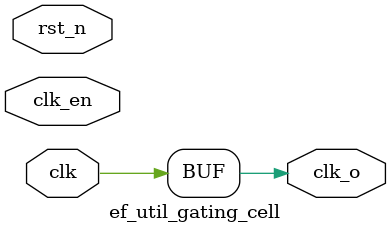
<source format=v>
`ifdef PRINT_LICENSE
/*
	Copyright 2024 Efabless Corp

    Author: Efabless Corp (ip_admin@efabless.com )
	
	Licensed under the Apache License, Version 2.0 (the "License"); 
	you may not use this file except in compliance with the License. 
	You may obtain a copy of the License at:

	http://www.apache.org/licenses/LICENSE-2.0

	Unless required by applicable law or agreed to in writing, software 
	distributed under the License is distributed on an "AS IS" BASIS, 
	WITHOUT WARRANTIES OR CONDITIONS OF ANY KIND, either express or implied. 
	See the License for the specific language governing permissions and 
	limitations under the License.
*/
`endif // PRINT_LICENSE

`timescale			    1ns/1ps
`default_nettype		none

`define     PED(clk, sig, pulse)    reg last_``sig``; always @(posedge clk) last_``sig`` <= sig; assign pulse = sig & ~last_``sig``;
`define     NED(clk, sig, pulse)    reg last_``sig``; always @(posedge clk) last_``sig`` <= sig; assign pulse = ~sig & last_``sig``;

/*
    Brute-force Synchronizer
*/
module ef_util_sync #(parameter NUM_STAGES = 2) (
    input wire clk,
    input wire in,
    output wire out
);

    reg [NUM_STAGES-1:0] sync;

    always @(posedge clk)
        sync <= {sync[NUM_STAGES-2:0], in};

    assign out = sync[NUM_STAGES-1];

endmodule

/*
    A positive edge detector
*/
module ef_util_ped (
    input wire clk,
    input wire in,
    output wire out
);
    reg last_in; 
    always @(posedge clk) 
	last_in <= in; 
    assign out = in & ~last_in;
endmodule

/*
    A negative edge detector
*/
module ef_util_ned (
    input wire clk,
    input wire in,
    output wire out
);
    reg last_in; 
    always @(posedge clk) 
        last_in <= in;
    assign out = ~in & last_in;
endmodule

/*
    A tick generator
*/
module ef_util_ticker #(parameter W=8) (
    input   wire            clk, 
    input   wire            rst_n,
    input   wire            en,
    input   wire [W-1:0]    clk_div,
    output  wire            tick
);

    reg [W-1:0] counter;
    wire        counter_is_zero = (counter == 'b0);
    wire        tick_w;
    reg         tick_reg;

    always @(posedge clk, negedge rst_n)
        if(~rst_n)
            counter <=  'b0;
        else if(en) 
            if(counter_is_zero)
                counter <=  clk_div;
            else
                counter <=  counter - 'b1; 

	assign tick_w = (clk_div == 'b0)  ?   1'b1 : counter_is_zero;

    always @(posedge clk or negedge rst_n)
        if(!rst_n)
            tick_reg <= 1'b0;
        else if(en)
            tick_reg <= tick_w;
        else
            tick_reg <= 0;

    assign tick = tick_reg;

endmodule

/*
    A glitch filter
*/
module ef_util_glitch_filter #(parameter N = 8, CLKDIV = 8'd1) (
    input   wire    clk,
    input   wire    rst_n,
    input   wire    in,
    input   wire    en,
    output  reg     out
);

    reg [N-1:0] shifter;
    wire        tick;

    ef_util_ticker ticker (
        .clk(clk),
        .rst_n(rst_n),
	.en(en),
        .clk_div(CLKDIV),
        .tick(tick)
    );

    always @(posedge clk, negedge rst_n)
        if(!rst_n)
            shifter <= 'b0;
        else if(tick)
            shifter <= {shifter[N-2:0], in};

    wire all_ones   = & shifter;
    wire all_zeros  = ~| shifter;

    always @(posedge clk, negedge rst_n)
        if(!rst_n)
            out <= 1'b0;
        else
            if(all_ones) 
                out <= 1'b1;
            else if(all_zeros) 
                out <= 1'b0;
endmodule

/*
    A FIFO
    Depth = 2^AW
    Width = DW
*/
module ef_util_fifo #(parameter DW=8, AW=4)(
    input   wire            clk,
    input   wire            rst_n,
    input   wire            rd,
    input   wire            wr,
    input   wire            flush,
    input   wire [DW-1:0]   wdata,
    output  wire            empty,
    output  wire            full,
    output  wire [DW-1:0]   rdata,
    output  wire [AW-1:0]   level    
);

    localparam  DEPTH = 2**AW;

    //Internal Signal declarations
    reg [DW-1:0]  array_reg [DEPTH-1:0];
    reg [AW-1:0]  w_ptr_reg;
    reg [AW-1:0]  w_ptr_next;
    reg [AW-1:0]  w_ptr_succ;
    reg [AW-1:0]  r_ptr_reg;
    reg [AW-1:0]  r_ptr_next;
    reg [AW-1:0]  r_ptr_succ;

    // Level
    reg [AW-1:0] level_reg;
    reg [AW-1:0] level_next;      
    reg full_reg;
    reg empty_reg;
    reg full_next;
    reg empty_next;

    wire w_en;

    always @ (posedge clk)
        if(w_en) begin
            array_reg[w_ptr_reg] <= wdata;
        end

    assign rdata = array_reg[r_ptr_reg];   
    assign w_en = wr & ~full_reg;           

    //State Machine
    always @ (posedge clk, negedge rst_n) begin 
        if(!rst_n)
            begin
                w_ptr_reg <= 'b0;
                r_ptr_reg <= 'b0;
                full_reg  <= 1'b0;
                empty_reg <= 1'b1;
                level_reg <= 'd0;
            end
        else if(flush)
            begin
                w_ptr_reg <= 'b0;
                r_ptr_reg <= 'b0;
                full_reg  <= 1'b0;
                empty_reg <= 1'b1;
                level_reg <= 'd0;
            end
        else
            begin
                w_ptr_reg <= w_ptr_next;
                r_ptr_reg <= r_ptr_next;
                full_reg  <= full_next;
                empty_reg <= empty_next;
                level_reg <= level_next;
            end
    end

    //Next State Logic
    always @* begin
        w_ptr_succ  =   w_ptr_reg + 1;
        r_ptr_succ  =   r_ptr_reg + 1;
        w_ptr_next  =   w_ptr_reg;
        r_ptr_next  =   r_ptr_reg;
        full_next   =   full_reg;
        empty_next  =   empty_reg;
        level_next  =   level_reg;

        case({w_en,rd})
            //2'b00: nop
            2'b01: 
                if(~empty_reg) begin
                    r_ptr_next = r_ptr_succ;
                    full_next = 1'b0;
                    level_next = level_reg - 1;
                    if (r_ptr_succ == w_ptr_reg)
                        empty_next = 1'b1;
                end
            
            2'b10: 
                if(~full_reg) begin
                    w_ptr_next = w_ptr_succ;
                    empty_next = 1'b0;
                    level_next = level_reg + 1;
                    if (w_ptr_succ == r_ptr_reg)
                        full_next = 1'b1;
                end
            
            2'b11: begin
                w_ptr_next = w_ptr_succ;
                r_ptr_next = r_ptr_succ;
            end
        endcase
    end

    //Set Full and Empty
    assign full = full_reg;
    assign empty = empty_reg;
    assign level = level_reg;
  
endmodule

/*
    Glitch-free 2x1 Clock Multiplexor
    based on the following old EDN article: 
    https://www.edn.com/techniques-to-make-clock-switching-glitch-free/
*/

module ef_util_clkmux_2x1 (
    input   wire    rst_n,
    input   wire    clk0, 
    input   wire    clk1,
    input   wire    sel,
    output  wire    clko
);

    reg Q1a, Q1b, Q2a, Q2b;
    wire q1a_in, q2a_in;
    
    assign clko = (clk0 & Q1b) | (clk1 & Q2b);
    
    wire  Q2b_bar = ~Q2b;
    wire  Q1b_bar = ~Q1b;
    wire  sel_bar = ~sel;
    
    assign q1a_in = Q2b_bar & sel_bar;
    assign q2a_in = Q1b_bar & sel;
    
    always @(posedge clk0 or negedge rst_n) 
        if (~rst_n) 
            Q1a <= 1'b0; 
        else 
            Q1a <= q1a_in;

    always @(negedge clk0 or negedge rst_n) 
        if (~rst_n) 
            Q1b <= 1'b0; 
        else 
            Q1b <= Q1a;

    always @(posedge clk1 or negedge rst_n) 
        if (~rst_n) 
            Q2a <= 1'b0; 
        else 
            Q2a <= q2a_in;

    always @(negedge clk1 or negedge rst_n) 
        if (~rst_n) 
            Q2b <= 1'b0; 
        else 
            Q2b <= Q2a;

endmodule

/*
    Glitch-free 4x1 Clock Multiplexor
*/
module ef_util_clkmux_4x1 (
    input   wire        rst_n,
    input   wire        clk0, 
    input   wire        clk1, 
    input   wire        clk2, 
    input   wire        clk3,
    input   wire [1:0]  sel,
    output  wire        clko
);

    wire clko1, clko2;

    ef_util_clkmux_2x1 m1(  
                    .rst_n(rst_n),
                    .clk0(clk0), 
                    .clk1(clk1), 
                    .clko(clko1), 
                    .sel(sel[0])
                );
    ef_util_clkmux_2x1 m2(  
                    .rst_n(rst_n),
                    .clk0(clk2), 
                    .clk1(clk3), 
                    .clko(clko2), 
                    .sel(sel[0])
                );
    ef_util_clkmux_2x1 m3(  
                    .rst_n(rst_n),
                    .clk0(clko1), 
                    .clk1(clko2), 
                    .clko(clko), 
                    .sel(sel[1])
                );
    
endmodule

/*
Clocking Gating Cell
*/
module ef_util_gating_cell(
    `ifdef USE_POWER_PINS 
    input   wire    vpwr,
    input   wire    vgnd,
    `endif // USE_POWER_PINS
    input   wire    clk,
    input   wire    rst_n,
    input   wire    clk_en,
    output  wire    clk_o
);
    `ifdef CLKG_SKY130_HD
    (* keep *) sky130_fd_sc_hd__dlclkp_4 clk_gate(
    `ifdef USE_POWER_PINS 
        .VPWR(vpwr), 
        .VGND(vgnd), 
        .VNB(vpwr),
		.VPB(vgnd),
    `endif // CLKG_SKY130_HD
        .GCLK(clk_o), 
        .GATE(clk_en), 
        .CLK(clk)
        );
    `elsif CLKG_GENERIC
    assign clk_o = clk & clk_en; 
    `else
    assign clk_o = clk;
    `endif // CLKG_SKY130_HD
endmodule
</source>
